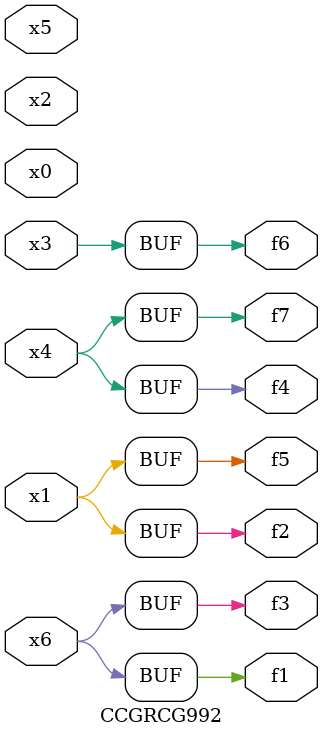
<source format=v>
module CCGRCG992(
	input x0, x1, x2, x3, x4, x5, x6,
	output f1, f2, f3, f4, f5, f6, f7
);
	assign f1 = x6;
	assign f2 = x1;
	assign f3 = x6;
	assign f4 = x4;
	assign f5 = x1;
	assign f6 = x3;
	assign f7 = x4;
endmodule

</source>
